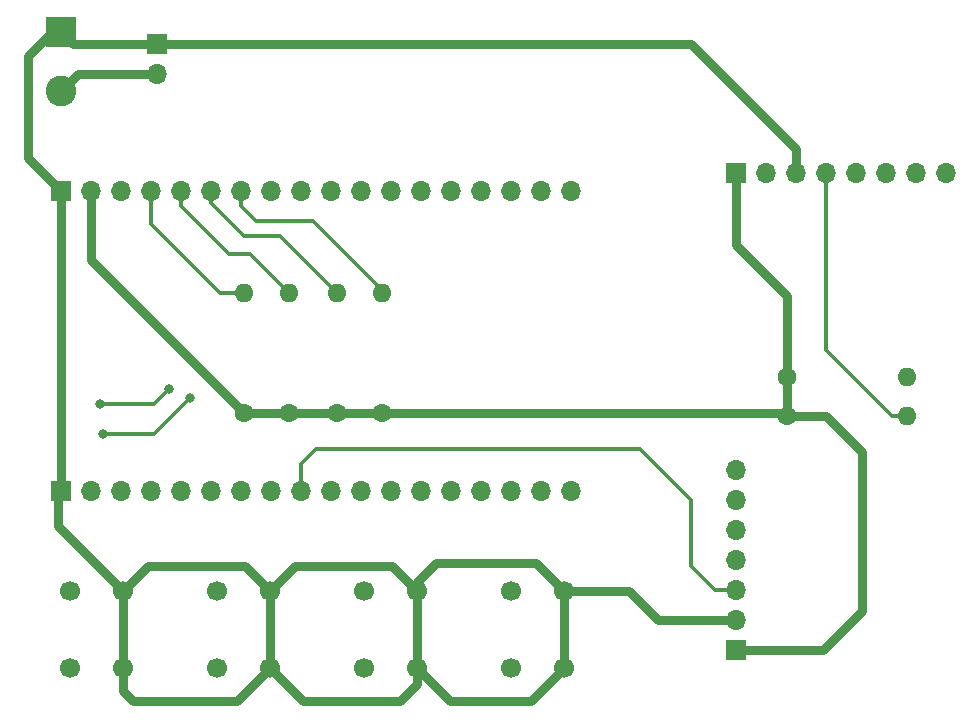
<source format=gbr>
%TF.GenerationSoftware,KiCad,Pcbnew,5.1.6-c6e7f7d~87~ubuntu18.04.1*%
%TF.CreationDate,2020-11-18T13:25:47-05:00*%
%TF.ProjectId,remote,72656d6f-7465-42e6-9b69-6361645f7063,rev?*%
%TF.SameCoordinates,Original*%
%TF.FileFunction,Copper,L1,Top*%
%TF.FilePolarity,Positive*%
%FSLAX46Y46*%
G04 Gerber Fmt 4.6, Leading zero omitted, Abs format (unit mm)*
G04 Created by KiCad (PCBNEW 5.1.6-c6e7f7d~87~ubuntu18.04.1) date 2020-11-18 13:25:47*
%MOMM*%
%LPD*%
G01*
G04 APERTURE LIST*
%TA.AperFunction,ComponentPad*%
%ADD10C,2.600000*%
%TD*%
%TA.AperFunction,ComponentPad*%
%ADD11R,2.600000X2.600000*%
%TD*%
%TA.AperFunction,ComponentPad*%
%ADD12C,1.600000*%
%TD*%
%TA.AperFunction,ComponentPad*%
%ADD13O,1.600000X1.600000*%
%TD*%
%TA.AperFunction,ComponentPad*%
%ADD14O,1.700000X1.700000*%
%TD*%
%TA.AperFunction,ComponentPad*%
%ADD15R,1.700000X1.700000*%
%TD*%
%TA.AperFunction,ComponentPad*%
%ADD16C,1.700000*%
%TD*%
%TA.AperFunction,ViaPad*%
%ADD17C,0.800000*%
%TD*%
%TA.AperFunction,Conductor*%
%ADD18C,0.800000*%
%TD*%
%TA.AperFunction,Conductor*%
%ADD19C,0.304800*%
%TD*%
G04 APERTURE END LIST*
D10*
%TO.P,J8,2*%
%TO.N,VBAT*%
X76708000Y-77136000D03*
D11*
%TO.P,J8,1*%
%TO.N,GND*%
X76708000Y-72136000D03*
%TD*%
D12*
%TO.P,RS1,1*%
%TO.N,+3V3*%
X96012000Y-104394000D03*
D13*
%TO.P,RS1,2*%
%TO.N,37*%
X96012000Y-94234000D03*
%TD*%
D14*
%TO.P,J2,18*%
%TO.N,SDA*%
X119888000Y-85598000D03*
%TO.P,J2,17*%
%TO.N,N/C*%
X117348000Y-85598000D03*
%TO.P,J2,16*%
X114808000Y-85598000D03*
%TO.P,J2,15*%
X112268000Y-85598000D03*
%TO.P,J2,14*%
X109728000Y-85598000D03*
%TO.P,J2,13*%
X107188000Y-85598000D03*
%TO.P,J2,12*%
X104648000Y-85598000D03*
%TO.P,J2,11*%
X102108000Y-85598000D03*
%TO.P,J2,10*%
X99568000Y-85598000D03*
%TO.P,J2,9*%
X97028000Y-85598000D03*
%TO.P,J2,8*%
X94488000Y-85598000D03*
%TO.P,J2,7*%
%TO.N,39*%
X91948000Y-85598000D03*
%TO.P,J2,6*%
%TO.N,38*%
X89408000Y-85598000D03*
%TO.P,J2,5*%
%TO.N,37*%
X86868000Y-85598000D03*
%TO.P,J2,4*%
%TO.N,36*%
X84328000Y-85598000D03*
%TO.P,J2,3*%
%TO.N,N/C*%
X81788000Y-85598000D03*
%TO.P,J2,2*%
%TO.N,+3V3*%
X79248000Y-85598000D03*
D15*
%TO.P,J2,1*%
%TO.N,GND*%
X76708000Y-85598000D03*
%TD*%
D14*
%TO.P,J1,18*%
%TO.N,N/C*%
X119888000Y-110998000D03*
%TO.P,J1,17*%
X117348000Y-110998000D03*
%TO.P,J1,16*%
X114808000Y-110998000D03*
%TO.P,J1,15*%
X112268000Y-110998000D03*
%TO.P,J1,14*%
X109728000Y-110998000D03*
%TO.P,J1,13*%
X107188000Y-110998000D03*
%TO.P,J1,12*%
X104648000Y-110998000D03*
%TO.P,J1,11*%
X102108000Y-110998000D03*
%TO.P,J1,10*%
X99568000Y-110998000D03*
%TO.P,J1,9*%
%TO.N,SCL*%
X97028000Y-110998000D03*
%TO.P,J1,8*%
%TO.N,N/C*%
X94488000Y-110998000D03*
%TO.P,J1,7*%
X91948000Y-110998000D03*
%TO.P,J1,6*%
X89408000Y-110998000D03*
%TO.P,J1,5*%
X86868000Y-110998000D03*
%TO.P,J1,4*%
X84328000Y-110998000D03*
%TO.P,J1,3*%
%TO.N,VBAT*%
X81788000Y-110998000D03*
%TO.P,J1,2*%
%TO.N,N/C*%
X79248000Y-110998000D03*
D15*
%TO.P,J1,1*%
%TO.N,GND*%
X76708000Y-110998000D03*
%TD*%
D12*
%TO.P,RS3,1*%
%TO.N,+3V3*%
X103886000Y-104394000D03*
D13*
%TO.P,RS3,2*%
%TO.N,39*%
X103886000Y-94234000D03*
%TD*%
D14*
%TO.P,J5,2*%
%TO.N,VBAT*%
X84836000Y-75692000D03*
D15*
%TO.P,J5,1*%
%TO.N,GND*%
X84836000Y-73152000D03*
%TD*%
D16*
%TO.P,SW0,4*%
%TO.N,GND*%
X81970000Y-119484000D03*
%TO.P,SW0,3*%
X81970000Y-125984000D03*
%TO.P,SW0,2*%
%TO.N,36*%
X77470000Y-119484000D03*
%TO.P,SW0,1*%
X77470000Y-125984000D03*
%TD*%
%TO.P,SW1,4*%
%TO.N,GND*%
X94416000Y-119484000D03*
%TO.P,SW1,3*%
X94416000Y-125984000D03*
%TO.P,SW1,2*%
%TO.N,37*%
X89916000Y-119484000D03*
%TO.P,SW1,1*%
X89916000Y-125984000D03*
%TD*%
%TO.P,SW3,4*%
%TO.N,GND*%
X119308000Y-119484000D03*
%TO.P,SW3,3*%
X119308000Y-125984000D03*
%TO.P,SW3,2*%
%TO.N,39*%
X114808000Y-119484000D03*
%TO.P,SW3,1*%
X114808000Y-125984000D03*
%TD*%
%TO.P,SW2,4*%
%TO.N,GND*%
X106862000Y-119484000D03*
%TO.P,SW2,3*%
X106862000Y-125984000D03*
%TO.P,SW2,2*%
%TO.N,38*%
X102362000Y-119484000D03*
%TO.P,SW2,1*%
X102362000Y-125984000D03*
%TD*%
D12*
%TO.P,RS0,1*%
%TO.N,+3V3*%
X92202000Y-104394000D03*
D13*
%TO.P,RS0,2*%
%TO.N,36*%
X92202000Y-94234000D03*
%TD*%
D12*
%TO.P,RS2,1*%
%TO.N,+3V3*%
X100076000Y-104394000D03*
D13*
%TO.P,RS2,2*%
%TO.N,38*%
X100076000Y-94234000D03*
%TD*%
D14*
%TO.P,J11,8*%
%TO.N,N/C*%
X151638000Y-84074000D03*
%TO.P,J11,7*%
X149098000Y-84074000D03*
%TO.P,J11,6*%
%TO.N,SDA*%
X146558000Y-84074000D03*
%TO.P,J11,5*%
%TO.N,N/C*%
X144018000Y-84074000D03*
%TO.P,J11,4*%
%TO.N,SCL*%
X141478000Y-84074000D03*
%TO.P,J11,3*%
%TO.N,GND*%
X138938000Y-84074000D03*
%TO.P,J11,2*%
%TO.N,N/C*%
X136398000Y-84074000D03*
D15*
%TO.P,J11,1*%
%TO.N,+3V3*%
X133858000Y-84074000D03*
%TD*%
D14*
%TO.P,J9,7*%
%TO.N,N/C*%
X133858000Y-109220000D03*
%TO.P,J9,6*%
X133858000Y-111760000D03*
%TO.P,J9,5*%
X133858000Y-114300000D03*
%TO.P,J9,4*%
%TO.N,SDA*%
X133858000Y-116840000D03*
%TO.P,J9,3*%
%TO.N,SCL*%
X133858000Y-119380000D03*
%TO.P,J9,2*%
%TO.N,GND*%
X133858000Y-121920000D03*
D15*
%TO.P,J9,1*%
%TO.N,+3V3*%
X133858000Y-124460000D03*
%TD*%
D12*
%TO.P,R3,1*%
%TO.N,+3V3*%
X138176000Y-101346000D03*
D13*
%TO.P,R3,2*%
%TO.N,SDA*%
X148336000Y-101346000D03*
%TD*%
D12*
%TO.P,R2,1*%
%TO.N,+3V3*%
X138176000Y-104648000D03*
D13*
%TO.P,R2,2*%
%TO.N,SCL*%
X148336000Y-104648000D03*
%TD*%
D17*
%TO.N,36*%
X80010000Y-103632000D03*
X85852000Y-102362000D03*
%TO.N,37*%
X80264000Y-106172000D03*
X87630000Y-103124000D03*
%TD*%
D18*
%TO.N,+3V3*%
X79248000Y-91440000D02*
X92202000Y-104394000D01*
X79248000Y-85598000D02*
X79248000Y-91440000D01*
X103886000Y-104394000D02*
X100076000Y-104394000D01*
X96012000Y-104394000D02*
X100076000Y-104394000D01*
X92202000Y-104394000D02*
X96012000Y-104394000D01*
X138176000Y-101346000D02*
X138176000Y-94488000D01*
X133858000Y-90170000D02*
X133858000Y-84074000D01*
X138176000Y-94488000D02*
X133858000Y-90170000D01*
X138176000Y-104648000D02*
X138176000Y-101346000D01*
X138176000Y-104648000D02*
X141478000Y-104648000D01*
X141478000Y-104648000D02*
X144526000Y-107696000D01*
X144526000Y-107696000D02*
X144526000Y-121158000D01*
X141224000Y-124460000D02*
X133858000Y-124460000D01*
X144526000Y-121158000D02*
X141224000Y-124460000D01*
X137922000Y-104394000D02*
X138176000Y-104648000D01*
X103886000Y-104394000D02*
X137922000Y-104394000D01*
%TO.N,GND*%
X81970000Y-119484000D02*
X81970000Y-125984000D01*
X94416000Y-119484000D02*
X94416000Y-125984000D01*
X81970000Y-125984000D02*
X81970000Y-127944000D01*
X81970000Y-127944000D02*
X82804000Y-128778000D01*
X91622000Y-128778000D02*
X94416000Y-125984000D01*
X82804000Y-128778000D02*
X91622000Y-128778000D01*
X94416000Y-125984000D02*
X97210000Y-128778000D01*
X97210000Y-128778000D02*
X105410000Y-128778000D01*
X106862000Y-127326000D02*
X106862000Y-125984000D01*
X105410000Y-128778000D02*
X106862000Y-127326000D01*
X119308000Y-125984000D02*
X116514000Y-128778000D01*
X109656000Y-128778000D02*
X106862000Y-125984000D01*
X116514000Y-128778000D02*
X109656000Y-128778000D01*
X119308000Y-119484000D02*
X116918000Y-117094000D01*
X116918000Y-117094000D02*
X108458000Y-117094000D01*
X106862000Y-118690000D02*
X106862000Y-119484000D01*
X108458000Y-117094000D02*
X106862000Y-118690000D01*
X119308000Y-119484000D02*
X119308000Y-125984000D01*
X106862000Y-119484000D02*
X106862000Y-125984000D01*
X106862000Y-119484000D02*
X104726000Y-117348000D01*
X96552000Y-117348000D02*
X94416000Y-119484000D01*
X104726000Y-117348000D02*
X96552000Y-117348000D01*
X94416000Y-119484000D02*
X92280000Y-117348000D01*
X76708000Y-72136000D02*
X75946000Y-72136000D01*
X75946000Y-72136000D02*
X73914000Y-74168000D01*
X73914000Y-82804000D02*
X76708000Y-85598000D01*
X73914000Y-74168000D02*
X73914000Y-82804000D01*
X77724000Y-73152000D02*
X76708000Y-72136000D01*
X84836000Y-73152000D02*
X77724000Y-73152000D01*
X76708000Y-85598000D02*
X76708000Y-110998000D01*
X119308000Y-119484000D02*
X124818000Y-119484000D01*
X127254000Y-121920000D02*
X133858000Y-121920000D01*
X124818000Y-119484000D02*
X127254000Y-121920000D01*
X81970000Y-119484000D02*
X76454000Y-113968000D01*
X76454000Y-111252000D02*
X76708000Y-110998000D01*
X76454000Y-113968000D02*
X76454000Y-111252000D01*
X81970000Y-119484000D02*
X84074000Y-117380000D01*
X92280000Y-117348000D02*
X84074000Y-117348000D01*
X84074000Y-117380000D02*
X84074000Y-117348000D01*
X84836000Y-73152000D02*
X130048000Y-73152000D01*
X138938000Y-82042000D02*
X138938000Y-84074000D01*
X130048000Y-73152000D02*
X138938000Y-82042000D01*
D19*
%TO.N,SCL*%
X97028000Y-110998000D02*
X97028000Y-108712000D01*
X97028000Y-108712000D02*
X98298000Y-107442000D01*
X98298000Y-107442000D02*
X125730000Y-107442000D01*
X125730000Y-107442000D02*
X130048000Y-111760000D01*
X130048000Y-111760000D02*
X130048000Y-117348000D01*
X132080000Y-119380000D02*
X133858000Y-119380000D01*
X130048000Y-117348000D02*
X132080000Y-119380000D01*
X148336000Y-104648000D02*
X147066000Y-104648000D01*
X141478000Y-99060000D02*
X141478000Y-84074000D01*
X147066000Y-104648000D02*
X141478000Y-99060000D01*
D18*
%TO.N,VBAT*%
X78152000Y-75692000D02*
X76708000Y-77136000D01*
X84836000Y-75692000D02*
X78152000Y-75692000D01*
D19*
%TO.N,36*%
X85852000Y-102362000D02*
X84582000Y-103632000D01*
X80010000Y-103632000D02*
X83566000Y-103632000D01*
X84582000Y-103632000D02*
X83566000Y-103632000D01*
X83566000Y-103632000D02*
X83820000Y-103632000D01*
X92202000Y-94234000D02*
X90170000Y-94234000D01*
X84328000Y-88392000D02*
X84328000Y-85598000D01*
X90170000Y-94234000D02*
X84328000Y-88392000D01*
%TO.N,37*%
X80264000Y-106172000D02*
X84582000Y-106172000D01*
X84582000Y-106172000D02*
X87630000Y-103124000D01*
X86868000Y-85598000D02*
X86868000Y-86868000D01*
X86868000Y-86868000D02*
X90932000Y-90932000D01*
X92710000Y-90932000D02*
X96012000Y-94234000D01*
X90932000Y-90932000D02*
X92710000Y-90932000D01*
%TO.N,38*%
X92202000Y-89408000D02*
X89408000Y-86614000D01*
X100076000Y-94234000D02*
X95250000Y-89408000D01*
X89408000Y-86614000D02*
X89408000Y-85598000D01*
X95250000Y-89408000D02*
X92202000Y-89408000D01*
%TO.N,39*%
X91948000Y-85598000D02*
X91948000Y-86868000D01*
X91948000Y-86868000D02*
X93218000Y-88138000D01*
X93218000Y-88138000D02*
X98044000Y-88138000D01*
X103886000Y-93980000D02*
X103886000Y-94234000D01*
X98044000Y-88138000D02*
X103886000Y-93980000D01*
%TD*%
M02*

</source>
